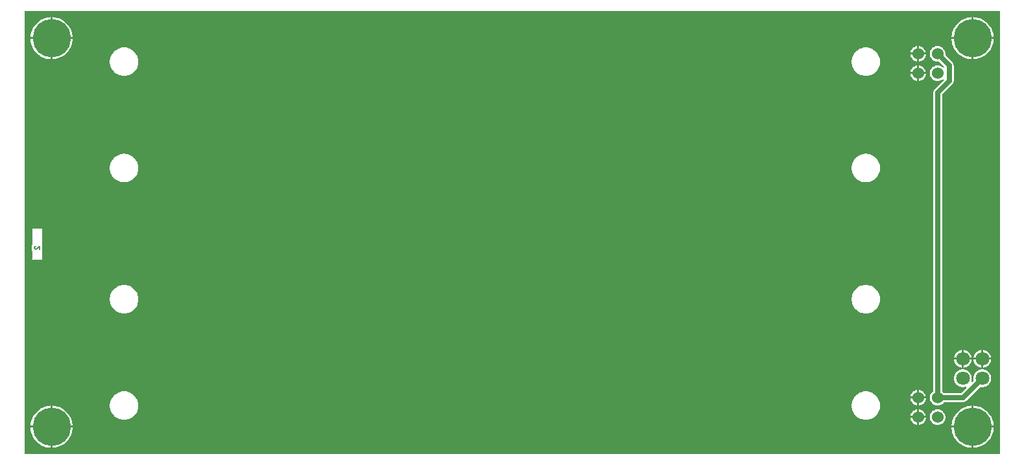
<source format=gbl>
G04 Layer: BottomLayer*
G04 EasyEDA v6.5.29, 2023-07-09 11:22:14*
G04 cfc9732f681849a493c23aee7f3b8659,5a6b42c53f6a479593ecc07194224c93,10*
G04 Gerber Generator version 0.2*
G04 Scale: 100 percent, Rotated: No, Reflected: No *
G04 Dimensions in millimeters *
G04 leading zeros omitted , absolute positions ,4 integer and 5 decimal *
%FSLAX45Y45*%
%MOMM*%

%ADD10C,0.1524*%
%ADD11C,0.6350*%
%ADD12C,5.0000*%
%ADD13C,1.5240*%
%ADD14C,1.8000*%
%ADD15C,0.0164*%

%LPD*%
G36*
X12752781Y25908D02*
G01*
X36068Y26416D01*
X32156Y27178D01*
X28905Y29362D01*
X26670Y32664D01*
X25908Y36576D01*
X25908Y2555240D01*
X26670Y2559100D01*
X28905Y2562402D01*
X32156Y2564638D01*
X36068Y2565400D01*
X32156Y2566162D01*
X28905Y2568397D01*
X26670Y2571648D01*
X25908Y2575560D01*
X25908Y5805932D01*
X26670Y5809843D01*
X28905Y5813094D01*
X32156Y5815330D01*
X36068Y5816092D01*
X12752832Y5816092D01*
X12756692Y5815330D01*
X12759994Y5813094D01*
X12762179Y5809843D01*
X12762992Y5805932D01*
X12762992Y36068D01*
X12762179Y32156D01*
X12759994Y28905D01*
X12756692Y26670D01*
G37*

%LPC*%
G36*
X393700Y5473700D02*
G01*
X656539Y5473700D01*
X654710Y5495594D01*
X650849Y5518353D01*
X645109Y5540756D01*
X637540Y5562549D01*
X628142Y5583682D01*
X616966Y5603900D01*
X604215Y5623153D01*
X589838Y5641289D01*
X574040Y5658104D01*
X556869Y5673598D01*
X538429Y5687568D01*
X518922Y5699912D01*
X498449Y5710631D01*
X477164Y5719572D01*
X455168Y5726734D01*
X432714Y5732018D01*
X409854Y5735370D01*
X393700Y5736386D01*
G37*
G36*
X368300Y105562D02*
G01*
X368300Y368300D01*
X105613Y368300D01*
X106070Y357936D01*
X108966Y334975D01*
X113741Y312369D01*
X120446Y290271D01*
X128930Y268782D01*
X139242Y248107D01*
X151180Y228346D01*
X164795Y209651D01*
X179882Y192125D01*
X196392Y175971D01*
X214172Y161239D01*
X233171Y148031D01*
X253187Y136499D01*
X274066Y126644D01*
X295757Y118618D01*
X318008Y112369D01*
X340664Y108051D01*
X363677Y105664D01*
G37*
G36*
X12417806Y105613D02*
G01*
X12433960Y106629D01*
X12456820Y109982D01*
X12479274Y115265D01*
X12501270Y122428D01*
X12522555Y131368D01*
X12543028Y142087D01*
X12562535Y154432D01*
X12580975Y168402D01*
X12598146Y183896D01*
X12613944Y200710D01*
X12628321Y218846D01*
X12641072Y238099D01*
X12652248Y258317D01*
X12661646Y279450D01*
X12669215Y301244D01*
X12674955Y323646D01*
X12678816Y346405D01*
X12680645Y368300D01*
X12417806Y368300D01*
G37*
G36*
X393700Y105613D02*
G01*
X409854Y106629D01*
X432714Y109982D01*
X455168Y115265D01*
X477164Y122428D01*
X498449Y131368D01*
X518922Y142087D01*
X538429Y154432D01*
X556869Y168402D01*
X574040Y183896D01*
X589838Y200710D01*
X604215Y218846D01*
X616966Y238099D01*
X628142Y258317D01*
X637540Y279450D01*
X645109Y301244D01*
X650849Y323646D01*
X654710Y346405D01*
X656539Y368300D01*
X393700Y368300D01*
G37*
G36*
X105613Y393700D02*
G01*
X368300Y393700D01*
X368300Y656437D01*
X363677Y656336D01*
X340664Y653948D01*
X318008Y649630D01*
X295757Y643382D01*
X274066Y635355D01*
X253187Y625500D01*
X233171Y613968D01*
X214172Y600760D01*
X196392Y586028D01*
X179882Y569874D01*
X164795Y552399D01*
X151180Y533704D01*
X139242Y513892D01*
X128930Y493217D01*
X120446Y471728D01*
X113741Y449630D01*
X108966Y427024D01*
X106070Y404114D01*
G37*
G36*
X12129719Y393700D02*
G01*
X12392406Y393700D01*
X12392406Y656437D01*
X12387783Y656336D01*
X12364770Y653948D01*
X12342114Y649630D01*
X12319863Y643382D01*
X12298172Y635355D01*
X12277293Y625500D01*
X12257278Y613968D01*
X12238278Y600760D01*
X12220498Y586028D01*
X12203988Y569874D01*
X12188901Y552399D01*
X12175286Y533704D01*
X12163348Y513892D01*
X12153036Y493217D01*
X12144552Y471728D01*
X12137847Y449630D01*
X12133072Y427024D01*
X12130176Y404114D01*
G37*
G36*
X12417806Y393700D02*
G01*
X12680645Y393700D01*
X12678816Y415594D01*
X12674955Y438353D01*
X12669215Y460756D01*
X12661646Y482549D01*
X12652248Y503682D01*
X12641072Y523900D01*
X12628321Y543153D01*
X12613944Y561289D01*
X12598146Y578104D01*
X12580975Y593598D01*
X12562535Y607568D01*
X12543028Y619912D01*
X12522555Y630631D01*
X12501270Y639572D01*
X12479274Y646734D01*
X12456820Y652018D01*
X12433960Y655370D01*
X12417806Y656386D01*
G37*
G36*
X393700Y393700D02*
G01*
X656539Y393700D01*
X654710Y415594D01*
X650849Y438353D01*
X645109Y460756D01*
X637540Y482549D01*
X628142Y503682D01*
X616966Y523900D01*
X604215Y543153D01*
X589838Y561289D01*
X574040Y578104D01*
X556869Y593598D01*
X538429Y607568D01*
X518922Y619912D01*
X498449Y630631D01*
X477164Y639572D01*
X455168Y646734D01*
X432714Y652018D01*
X409854Y655370D01*
X393700Y656386D01*
G37*
G36*
X11941048Y406146D02*
G01*
X11954713Y406146D01*
X11968226Y407974D01*
X11981383Y411581D01*
X11993930Y416915D01*
X12005665Y423875D01*
X12016384Y432308D01*
X12025833Y442112D01*
X12033910Y453085D01*
X12040463Y465074D01*
X12045391Y477774D01*
X12048540Y491032D01*
X12049912Y504596D01*
X12049455Y518261D01*
X12047169Y531672D01*
X12043156Y544728D01*
X12037415Y557072D01*
X12030049Y568553D01*
X12021261Y578967D01*
X12011152Y588162D01*
X11999925Y595833D01*
X11987733Y602030D01*
X11974830Y606501D01*
X11961469Y609193D01*
X11947906Y610108D01*
X11934291Y609193D01*
X11920931Y606501D01*
X11908028Y602030D01*
X11895836Y595833D01*
X11884609Y588162D01*
X11874500Y578967D01*
X11865711Y568553D01*
X11858345Y557072D01*
X11852605Y544728D01*
X11848592Y531672D01*
X11846306Y518261D01*
X11845848Y504596D01*
X11847220Y491032D01*
X11850370Y477774D01*
X11855297Y465074D01*
X11861850Y453085D01*
X11869928Y442112D01*
X11879427Y432308D01*
X11890095Y423875D01*
X11901830Y416915D01*
X11914378Y411581D01*
X11927535Y407974D01*
G37*
G36*
X11681206Y406958D02*
G01*
X11681206Y495300D01*
X11592814Y495300D01*
X11593220Y491032D01*
X11596370Y477774D01*
X11601297Y465074D01*
X11607850Y453085D01*
X11615928Y442112D01*
X11625427Y432308D01*
X11636095Y423875D01*
X11647830Y416915D01*
X11660378Y411581D01*
X11673535Y407974D01*
G37*
G36*
X11706606Y406958D02*
G01*
X11714226Y407974D01*
X11727383Y411581D01*
X11739930Y416915D01*
X11751665Y423875D01*
X11762384Y432308D01*
X11771833Y442112D01*
X11779910Y453085D01*
X11786463Y465074D01*
X11791391Y477774D01*
X11794540Y491032D01*
X11794998Y495300D01*
X11706606Y495300D01*
G37*
G36*
X11001095Y472744D02*
G01*
X11019942Y472744D01*
X11038687Y474624D01*
X11057128Y478434D01*
X11075060Y484073D01*
X11092383Y491490D01*
X11108842Y500634D01*
X11124285Y511403D01*
X11138611Y523646D01*
X11151565Y537311D01*
X11163096Y552196D01*
X11173053Y568198D01*
X11181334Y585063D01*
X11187887Y602742D01*
X11192611Y620979D01*
X11195456Y639572D01*
X11196421Y658368D01*
X11195456Y677214D01*
X11192611Y695807D01*
X11187887Y714044D01*
X11181334Y731723D01*
X11173053Y748588D01*
X11163096Y764590D01*
X11151565Y779475D01*
X11138611Y793140D01*
X11124285Y805383D01*
X11108842Y816152D01*
X11092383Y825296D01*
X11075060Y832713D01*
X11057128Y838352D01*
X11038687Y842162D01*
X11019942Y844042D01*
X11001095Y844042D01*
X10982350Y842162D01*
X10963910Y838352D01*
X10945977Y832713D01*
X10928654Y825296D01*
X10912195Y816152D01*
X10896752Y805383D01*
X10882426Y793140D01*
X10869472Y779475D01*
X10857941Y764590D01*
X10847984Y748588D01*
X10839704Y731723D01*
X10833150Y714044D01*
X10828426Y695807D01*
X10825581Y677214D01*
X10824616Y658368D01*
X10825581Y639572D01*
X10828426Y620979D01*
X10833150Y602742D01*
X10839704Y585063D01*
X10847984Y568198D01*
X10857941Y552196D01*
X10869472Y537311D01*
X10882426Y523646D01*
X10896752Y511403D01*
X10912195Y500634D01*
X10928654Y491490D01*
X10945977Y484073D01*
X10963910Y478434D01*
X10982350Y474624D01*
G37*
G36*
X1317955Y472744D02*
G01*
X1336751Y472744D01*
X1355496Y474624D01*
X1373936Y478434D01*
X1391920Y484073D01*
X1409242Y491490D01*
X1425702Y500634D01*
X1441145Y511403D01*
X1455420Y523646D01*
X1468424Y537311D01*
X1479905Y552196D01*
X1489913Y568198D01*
X1498193Y585063D01*
X1504746Y602742D01*
X1509420Y620979D01*
X1512316Y639572D01*
X1513230Y658368D01*
X1512316Y677214D01*
X1509420Y695807D01*
X1504746Y714044D01*
X1498193Y731723D01*
X1489913Y748588D01*
X1479905Y764590D01*
X1468424Y779475D01*
X1455420Y793140D01*
X1441145Y805383D01*
X1425702Y816152D01*
X1409242Y825296D01*
X1391920Y832713D01*
X1373936Y838352D01*
X1355496Y842162D01*
X1336751Y844042D01*
X1317955Y844042D01*
X1299210Y842162D01*
X1280769Y838352D01*
X1262786Y832713D01*
X1245463Y825296D01*
X1229004Y816152D01*
X1213561Y805383D01*
X1199286Y793140D01*
X1186281Y779475D01*
X1174800Y764590D01*
X1164793Y748588D01*
X1156512Y731723D01*
X1149959Y714044D01*
X1145286Y695807D01*
X1142390Y677214D01*
X1141476Y658368D01*
X1142390Y639572D01*
X1145286Y620979D01*
X1149959Y602742D01*
X1156512Y585063D01*
X1164793Y568198D01*
X1174800Y552196D01*
X1186281Y537311D01*
X1199286Y523646D01*
X1213561Y511403D01*
X1229004Y500634D01*
X1245463Y491490D01*
X1262786Y484073D01*
X1280769Y478434D01*
X1299210Y474624D01*
G37*
G36*
X11706606Y520700D02*
G01*
X11795048Y520700D01*
X11793169Y531672D01*
X11789156Y544728D01*
X11783415Y557072D01*
X11776049Y568553D01*
X11767261Y578967D01*
X11757152Y588162D01*
X11745925Y595833D01*
X11733733Y602030D01*
X11720830Y606501D01*
X11706606Y609244D01*
G37*
G36*
X11592712Y520700D02*
G01*
X11681206Y520700D01*
X11681206Y609244D01*
X11666931Y606501D01*
X11654028Y602030D01*
X11641836Y595833D01*
X11630609Y588162D01*
X11620500Y578967D01*
X11611711Y568553D01*
X11604345Y557072D01*
X11598605Y544728D01*
X11594592Y531672D01*
G37*
G36*
X11941048Y660146D02*
G01*
X11954713Y660146D01*
X11968226Y661974D01*
X11981383Y665581D01*
X11993930Y670915D01*
X12005665Y677875D01*
X12016384Y686308D01*
X12025833Y696112D01*
X12028881Y700227D01*
X12031116Y702411D01*
X12033910Y703834D01*
X12037060Y704342D01*
X12277648Y704342D01*
X12287554Y705154D01*
X12296800Y707491D01*
X12305538Y711301D01*
X12313564Y716584D01*
X12319101Y721461D01*
X12497866Y900277D01*
X12500559Y902157D01*
X12503708Y903122D01*
X12506960Y903071D01*
X12517577Y901039D01*
X12532106Y900125D01*
X12546634Y901039D01*
X12560909Y903732D01*
X12574778Y908253D01*
X12587935Y914450D01*
X12600228Y922223D01*
X12611404Y931519D01*
X12621361Y942136D01*
X12629946Y953922D01*
X12636957Y966673D01*
X12642291Y980186D01*
X12645948Y994308D01*
X12647777Y1008735D01*
X12647777Y1023264D01*
X12645948Y1037742D01*
X12642291Y1051814D01*
X12636957Y1065326D01*
X12629946Y1078077D01*
X12621361Y1089863D01*
X12611404Y1100480D01*
X12600228Y1109776D01*
X12587935Y1117549D01*
X12574778Y1123746D01*
X12560909Y1128268D01*
X12546634Y1130960D01*
X12532106Y1131874D01*
X12517577Y1130960D01*
X12503251Y1128268D01*
X12489434Y1123746D01*
X12476276Y1117549D01*
X12463983Y1109776D01*
X12452756Y1100480D01*
X12442799Y1089863D01*
X12434265Y1078077D01*
X12427254Y1065326D01*
X12421870Y1051814D01*
X12418263Y1037742D01*
X12416434Y1023264D01*
X12416434Y1008735D01*
X12418263Y994308D01*
X12418974Y991463D01*
X12419228Y988009D01*
X12418314Y984656D01*
X12416332Y981760D01*
X12405461Y970889D01*
X12401753Y968552D01*
X12397384Y967943D01*
X12393218Y969264D01*
X12389967Y972210D01*
X12388291Y976223D01*
X12388392Y980592D01*
X12391948Y994308D01*
X12393777Y1008735D01*
X12393777Y1023264D01*
X12391948Y1037742D01*
X12388291Y1051814D01*
X12382957Y1065326D01*
X12375946Y1078077D01*
X12367361Y1089863D01*
X12357404Y1100480D01*
X12346228Y1109776D01*
X12333935Y1117549D01*
X12320778Y1123746D01*
X12306909Y1128268D01*
X12292634Y1130960D01*
X12278106Y1131874D01*
X12263577Y1130960D01*
X12249251Y1128268D01*
X12235434Y1123746D01*
X12222276Y1117549D01*
X12209983Y1109776D01*
X12198756Y1100480D01*
X12188799Y1089863D01*
X12180265Y1078077D01*
X12173254Y1065326D01*
X12167870Y1051814D01*
X12164263Y1037742D01*
X12162434Y1023264D01*
X12162434Y1008735D01*
X12164263Y994308D01*
X12167870Y980186D01*
X12173254Y966673D01*
X12180265Y953922D01*
X12188799Y942136D01*
X12198756Y931519D01*
X12209983Y922223D01*
X12222276Y914450D01*
X12235434Y908253D01*
X12249251Y903732D01*
X12263577Y901039D01*
X12278106Y900125D01*
X12292634Y901039D01*
X12306909Y903732D01*
X12313158Y905764D01*
X12317628Y906170D01*
X12321844Y904646D01*
X12324943Y901446D01*
X12326416Y897178D01*
X12325858Y892708D01*
X12323470Y888949D01*
X12257176Y822655D01*
X12253874Y820419D01*
X12250013Y819658D01*
X12037263Y819658D01*
X12032996Y820623D01*
X12029490Y823264D01*
X12021261Y832967D01*
X12007596Y845210D01*
X12006072Y848106D01*
X12005564Y851357D01*
X12005564Y4721707D01*
X12006326Y4725568D01*
X12008510Y4728870D01*
X12140793Y4861153D01*
X12147194Y4868722D01*
X12152071Y4876901D01*
X12155525Y4885740D01*
X12157506Y4895189D01*
X12157964Y4902504D01*
X12157964Y5104993D01*
X12157151Y5114899D01*
X12154814Y5124094D01*
X12151004Y5132832D01*
X12145721Y5140858D01*
X12140844Y5146395D01*
X12051741Y5235498D01*
X12049353Y5239258D01*
X12048845Y5243728D01*
X12049912Y5254396D01*
X12049455Y5268061D01*
X12047169Y5281472D01*
X12043156Y5294528D01*
X12037415Y5306872D01*
X12030049Y5318353D01*
X12021261Y5328767D01*
X12011152Y5337962D01*
X11999925Y5345633D01*
X11987733Y5351830D01*
X11974830Y5356301D01*
X11961469Y5358993D01*
X11947906Y5359908D01*
X11934291Y5358993D01*
X11920931Y5356301D01*
X11908028Y5351830D01*
X11895836Y5345633D01*
X11884609Y5337962D01*
X11874500Y5328767D01*
X11865711Y5318353D01*
X11858345Y5306872D01*
X11852605Y5294528D01*
X11848592Y5281472D01*
X11846306Y5268061D01*
X11845848Y5254396D01*
X11847220Y5240832D01*
X11850370Y5227574D01*
X11855297Y5214874D01*
X11861850Y5202885D01*
X11869928Y5191912D01*
X11879427Y5182108D01*
X11890095Y5173675D01*
X11901830Y5166715D01*
X11914378Y5161381D01*
X11927535Y5157774D01*
X11941048Y5155946D01*
X11954713Y5155946D01*
X11961622Y5156911D01*
X11964720Y5156860D01*
X11967667Y5155844D01*
X11970156Y5154015D01*
X12029033Y5095138D01*
X12031421Y5091379D01*
X12031980Y5086959D01*
X12030557Y5082743D01*
X12027509Y5079492D01*
X12023344Y5077917D01*
X12018924Y5078222D01*
X12015063Y5080406D01*
X12011152Y5083962D01*
X11999925Y5091633D01*
X11987733Y5097830D01*
X11974830Y5102301D01*
X11961469Y5104993D01*
X11947906Y5105908D01*
X11934291Y5104993D01*
X11920931Y5102301D01*
X11908028Y5097830D01*
X11895836Y5091633D01*
X11884609Y5083962D01*
X11874500Y5074767D01*
X11865711Y5064353D01*
X11858345Y5052872D01*
X11852605Y5040528D01*
X11848592Y5027472D01*
X11846306Y5014061D01*
X11845848Y5000396D01*
X11847220Y4986832D01*
X11850370Y4973574D01*
X11855297Y4960874D01*
X11861850Y4948885D01*
X11869928Y4937912D01*
X11879427Y4928108D01*
X11890095Y4919675D01*
X11901830Y4912715D01*
X11914378Y4907381D01*
X11927535Y4903774D01*
X11941048Y4901946D01*
X11954713Y4901946D01*
X11968226Y4903774D01*
X11981383Y4907381D01*
X11993930Y4912715D01*
X12005665Y4919675D01*
X12014860Y4926939D01*
X12018772Y4928819D01*
X12023140Y4928920D01*
X12027154Y4927193D01*
X12030049Y4923942D01*
X12031319Y4919776D01*
X12030710Y4915458D01*
X12028373Y4911801D01*
X11907418Y4790846D01*
X11901017Y4783277D01*
X11896140Y4775098D01*
X11892686Y4766208D01*
X11890705Y4756810D01*
X11890248Y4749444D01*
X11890248Y851357D01*
X11889689Y848106D01*
X11888165Y845210D01*
X11874500Y832967D01*
X11865711Y822553D01*
X11858345Y811072D01*
X11852605Y798728D01*
X11848592Y785672D01*
X11846306Y772261D01*
X11845848Y758596D01*
X11847220Y745032D01*
X11850370Y731774D01*
X11855297Y719074D01*
X11861850Y707085D01*
X11869928Y696112D01*
X11879427Y686308D01*
X11890095Y677875D01*
X11901830Y670915D01*
X11914378Y665581D01*
X11927535Y661974D01*
G37*
G36*
X11681206Y660958D02*
G01*
X11681206Y749300D01*
X11592814Y749300D01*
X11593220Y745032D01*
X11596370Y731774D01*
X11601297Y719074D01*
X11607850Y707085D01*
X11615928Y696112D01*
X11625427Y686308D01*
X11636095Y677875D01*
X11647830Y670915D01*
X11660378Y665581D01*
X11673535Y661974D01*
G37*
G36*
X11706606Y660958D02*
G01*
X11714226Y661974D01*
X11727383Y665581D01*
X11739930Y670915D01*
X11751665Y677875D01*
X11762384Y686308D01*
X11771833Y696112D01*
X11779910Y707085D01*
X11786463Y719074D01*
X11791391Y731774D01*
X11794540Y745032D01*
X11794998Y749300D01*
X11706606Y749300D01*
G37*
G36*
X11706606Y774700D02*
G01*
X11795048Y774700D01*
X11793169Y785672D01*
X11789156Y798728D01*
X11783415Y811072D01*
X11776049Y822553D01*
X11767261Y832967D01*
X11757152Y842162D01*
X11745925Y849833D01*
X11733733Y856030D01*
X11720830Y860501D01*
X11706606Y863244D01*
G37*
G36*
X11592712Y774700D02*
G01*
X11681206Y774700D01*
X11681206Y863244D01*
X11666931Y860501D01*
X11654028Y856030D01*
X11641836Y849833D01*
X11630609Y842162D01*
X11620500Y832967D01*
X11611711Y822553D01*
X11604345Y811072D01*
X11598605Y798728D01*
X11594592Y785672D01*
G37*
G36*
X12417806Y5473700D02*
G01*
X12680645Y5473700D01*
X12678816Y5495594D01*
X12674955Y5518353D01*
X12669215Y5540756D01*
X12661646Y5562549D01*
X12652248Y5583682D01*
X12641072Y5603900D01*
X12628321Y5623153D01*
X12613944Y5641289D01*
X12598146Y5658104D01*
X12580975Y5673598D01*
X12562535Y5687568D01*
X12543028Y5699912D01*
X12522555Y5710631D01*
X12501270Y5719572D01*
X12479274Y5726734D01*
X12456820Y5732018D01*
X12433960Y5735370D01*
X12417806Y5736386D01*
G37*
G36*
X12129719Y5473700D02*
G01*
X12392406Y5473700D01*
X12392406Y5736437D01*
X12387783Y5736336D01*
X12364770Y5733948D01*
X12342114Y5729630D01*
X12319863Y5723382D01*
X12298172Y5715355D01*
X12277293Y5705500D01*
X12257278Y5693968D01*
X12238278Y5680760D01*
X12220498Y5666028D01*
X12203988Y5649874D01*
X12188901Y5632399D01*
X12175286Y5613704D01*
X12163348Y5593892D01*
X12153036Y5573217D01*
X12144552Y5551728D01*
X12137847Y5529630D01*
X12133072Y5507024D01*
X12130176Y5484114D01*
G37*
G36*
X105613Y5473700D02*
G01*
X368300Y5473700D01*
X368300Y5736437D01*
X363677Y5736336D01*
X340664Y5733948D01*
X318008Y5729630D01*
X295757Y5723382D01*
X274066Y5715355D01*
X253187Y5705500D01*
X233171Y5693968D01*
X214172Y5680760D01*
X196392Y5666028D01*
X179882Y5649874D01*
X164795Y5632399D01*
X151180Y5613704D01*
X139242Y5593892D01*
X128930Y5573217D01*
X120446Y5551728D01*
X113741Y5529630D01*
X108966Y5507024D01*
X106070Y5484114D01*
G37*
G36*
X11706606Y5270500D02*
G01*
X11795048Y5270500D01*
X11793169Y5281472D01*
X11789156Y5294528D01*
X11783415Y5306872D01*
X11776049Y5318353D01*
X11767261Y5328767D01*
X11757152Y5337962D01*
X11745925Y5345633D01*
X11733733Y5351830D01*
X11720830Y5356301D01*
X11706606Y5359044D01*
G37*
G36*
X12519406Y1154938D02*
G01*
X12519406Y1257300D01*
X12417094Y1257300D01*
X12418263Y1248308D01*
X12421870Y1234186D01*
X12427254Y1220673D01*
X12434265Y1207922D01*
X12442799Y1196136D01*
X12452756Y1185519D01*
X12463983Y1176223D01*
X12476276Y1168450D01*
X12489434Y1162253D01*
X12503251Y1157732D01*
X12517577Y1155039D01*
G37*
G36*
X12290806Y1154938D02*
G01*
X12292634Y1155039D01*
X12306909Y1157732D01*
X12320778Y1162253D01*
X12333935Y1168450D01*
X12346228Y1176223D01*
X12357404Y1185519D01*
X12367361Y1196136D01*
X12375946Y1207922D01*
X12382957Y1220673D01*
X12388291Y1234186D01*
X12391948Y1248308D01*
X12393066Y1257300D01*
X12290806Y1257300D01*
G37*
G36*
X12544806Y1154938D02*
G01*
X12546634Y1155039D01*
X12560909Y1157732D01*
X12574778Y1162253D01*
X12587935Y1168450D01*
X12600228Y1176223D01*
X12611404Y1185519D01*
X12621361Y1196136D01*
X12629946Y1207922D01*
X12636957Y1220673D01*
X12642291Y1234186D01*
X12645948Y1248308D01*
X12647066Y1257300D01*
X12544806Y1257300D01*
G37*
G36*
X12265406Y1154938D02*
G01*
X12265406Y1257300D01*
X12163094Y1257300D01*
X12164263Y1248308D01*
X12167870Y1234186D01*
X12173254Y1220673D01*
X12180265Y1207922D01*
X12188799Y1196136D01*
X12198756Y1185519D01*
X12209983Y1176223D01*
X12222276Y1168450D01*
X12235434Y1162253D01*
X12249251Y1157732D01*
X12263577Y1155039D01*
G37*
G36*
X12392406Y105562D02*
G01*
X12392406Y368300D01*
X12129719Y368300D01*
X12130176Y357936D01*
X12133072Y334975D01*
X12137847Y312369D01*
X12144552Y290271D01*
X12153036Y268782D01*
X12163348Y248107D01*
X12175286Y228346D01*
X12188901Y209651D01*
X12203988Y192125D01*
X12220498Y175971D01*
X12238278Y161239D01*
X12257278Y148031D01*
X12277293Y136499D01*
X12298172Y126644D01*
X12319863Y118618D01*
X12342114Y112369D01*
X12364770Y108051D01*
X12387783Y105664D01*
G37*
G36*
X12290806Y1282700D02*
G01*
X12393066Y1282700D01*
X12391948Y1291742D01*
X12388291Y1305814D01*
X12382957Y1319326D01*
X12375946Y1332077D01*
X12367361Y1343863D01*
X12357404Y1354480D01*
X12346228Y1363776D01*
X12333935Y1371549D01*
X12320778Y1377746D01*
X12306909Y1382268D01*
X12292634Y1384960D01*
X12290806Y1385112D01*
G37*
G36*
X12163094Y1282700D02*
G01*
X12265406Y1282700D01*
X12265406Y1385112D01*
X12263577Y1384960D01*
X12249251Y1382268D01*
X12235434Y1377746D01*
X12222276Y1371549D01*
X12209983Y1363776D01*
X12198756Y1354480D01*
X12188799Y1343863D01*
X12180265Y1332077D01*
X12173254Y1319326D01*
X12167870Y1305814D01*
X12164263Y1291742D01*
G37*
G36*
X12544806Y1282700D02*
G01*
X12647066Y1282700D01*
X12645948Y1291742D01*
X12642291Y1305814D01*
X12636957Y1319326D01*
X12629946Y1332077D01*
X12621361Y1343863D01*
X12611404Y1354480D01*
X12600228Y1363776D01*
X12587935Y1371549D01*
X12574778Y1377746D01*
X12560909Y1382268D01*
X12546634Y1384960D01*
X12544806Y1385112D01*
G37*
G36*
X11001095Y1862734D02*
G01*
X11019942Y1862734D01*
X11038687Y1864614D01*
X11057128Y1868424D01*
X11075060Y1874062D01*
X11092383Y1881479D01*
X11108842Y1890623D01*
X11124285Y1901393D01*
X11138611Y1913636D01*
X11151565Y1927301D01*
X11163096Y1942185D01*
X11173053Y1958187D01*
X11181334Y1975053D01*
X11187887Y1992731D01*
X11192611Y2010968D01*
X11195456Y2029561D01*
X11196421Y2048357D01*
X11195456Y2067204D01*
X11192611Y2085797D01*
X11187887Y2104034D01*
X11181334Y2121712D01*
X11173053Y2138578D01*
X11163096Y2154580D01*
X11151565Y2169464D01*
X11138611Y2183130D01*
X11124285Y2195372D01*
X11108842Y2206142D01*
X11092383Y2215286D01*
X11075060Y2222703D01*
X11057128Y2228342D01*
X11038687Y2232152D01*
X11019942Y2234031D01*
X11001095Y2234031D01*
X10982350Y2232152D01*
X10963910Y2228342D01*
X10945977Y2222703D01*
X10928654Y2215286D01*
X10912195Y2206142D01*
X10896752Y2195372D01*
X10882426Y2183130D01*
X10869472Y2169464D01*
X10857941Y2154580D01*
X10847984Y2138578D01*
X10839704Y2121712D01*
X10833150Y2104034D01*
X10828426Y2085797D01*
X10825581Y2067204D01*
X10824616Y2048357D01*
X10825581Y2029561D01*
X10828426Y2010968D01*
X10833150Y1992731D01*
X10839704Y1975053D01*
X10847984Y1958187D01*
X10857941Y1942185D01*
X10869472Y1927301D01*
X10882426Y1913636D01*
X10896752Y1901393D01*
X10912195Y1890623D01*
X10928654Y1881479D01*
X10945977Y1874062D01*
X10963910Y1868424D01*
X10982350Y1864614D01*
G37*
G36*
X1317955Y1862734D02*
G01*
X1336751Y1862734D01*
X1355496Y1864614D01*
X1373936Y1868424D01*
X1391920Y1874062D01*
X1409242Y1881479D01*
X1425702Y1890623D01*
X1441145Y1901393D01*
X1455420Y1913636D01*
X1468424Y1927301D01*
X1479905Y1942185D01*
X1489913Y1958187D01*
X1498193Y1975053D01*
X1504746Y1992731D01*
X1509420Y2010968D01*
X1512316Y2029561D01*
X1513230Y2048357D01*
X1512316Y2067204D01*
X1509420Y2085797D01*
X1504746Y2104034D01*
X1498193Y2121712D01*
X1489913Y2138578D01*
X1479905Y2154580D01*
X1468424Y2169464D01*
X1455420Y2183130D01*
X1441145Y2195372D01*
X1425702Y2206142D01*
X1409242Y2215286D01*
X1391920Y2222703D01*
X1373936Y2228342D01*
X1355496Y2232152D01*
X1336751Y2234031D01*
X1317955Y2234031D01*
X1299210Y2232152D01*
X1280769Y2228342D01*
X1262786Y2222703D01*
X1245463Y2215286D01*
X1229004Y2206142D01*
X1213561Y2195372D01*
X1199286Y2183130D01*
X1186281Y2169464D01*
X1174800Y2154580D01*
X1164793Y2138578D01*
X1156512Y2121712D01*
X1149959Y2104034D01*
X1145286Y2085797D01*
X1142390Y2067204D01*
X1141476Y2048357D01*
X1142390Y2029561D01*
X1145286Y2010968D01*
X1149959Y1992731D01*
X1156512Y1975053D01*
X1164793Y1958187D01*
X1174800Y1942185D01*
X1186281Y1927301D01*
X1199286Y1913636D01*
X1213561Y1901393D01*
X1229004Y1890623D01*
X1245463Y1881479D01*
X1262786Y1874062D01*
X1280769Y1868424D01*
X1299210Y1864614D01*
G37*
G36*
X116839Y2565400D02*
G01*
X252984Y2565400D01*
X254000Y2566416D01*
X254000Y2674315D01*
X254406Y2677109D01*
X255676Y2679903D01*
X257606Y2685389D01*
X258317Y2691688D01*
X258317Y2750261D01*
X257606Y2756560D01*
X254406Y2764840D01*
X254000Y2767634D01*
X254000Y2970784D01*
X252984Y2971800D01*
X128016Y2971800D01*
X127000Y2970784D01*
X127000Y2763520D01*
X126441Y2760167D01*
X125171Y2756560D01*
X124460Y2750261D01*
X124460Y2691688D01*
X125171Y2685389D01*
X126441Y2681782D01*
X127000Y2678430D01*
X127000Y2575560D01*
X126237Y2571648D01*
X124002Y2568397D01*
X120751Y2566162D01*
G37*
G36*
X11001095Y3578555D02*
G01*
X11019942Y3578555D01*
X11038687Y3580434D01*
X11057128Y3584244D01*
X11075060Y3589883D01*
X11092383Y3597300D01*
X11108842Y3606444D01*
X11124285Y3617214D01*
X11138611Y3629456D01*
X11151565Y3643122D01*
X11163096Y3658006D01*
X11173053Y3674008D01*
X11181334Y3690874D01*
X11187887Y3708552D01*
X11192611Y3726789D01*
X11195456Y3745382D01*
X11196421Y3764178D01*
X11195456Y3783025D01*
X11192611Y3801618D01*
X11187887Y3819855D01*
X11181334Y3837533D01*
X11173053Y3854399D01*
X11163096Y3870401D01*
X11151565Y3885285D01*
X11138611Y3898950D01*
X11124285Y3911193D01*
X11108842Y3921963D01*
X11092383Y3931107D01*
X11075060Y3938524D01*
X11057128Y3944162D01*
X11038687Y3947972D01*
X11019942Y3949852D01*
X11001095Y3949852D01*
X10982350Y3947972D01*
X10963910Y3944162D01*
X10945977Y3938524D01*
X10928654Y3931107D01*
X10912195Y3921963D01*
X10896752Y3911193D01*
X10882426Y3898950D01*
X10869472Y3885285D01*
X10857941Y3870401D01*
X10847984Y3854399D01*
X10839704Y3837533D01*
X10833150Y3819855D01*
X10828426Y3801618D01*
X10825581Y3783025D01*
X10824616Y3764178D01*
X10825581Y3745382D01*
X10828426Y3726789D01*
X10833150Y3708552D01*
X10839704Y3690874D01*
X10847984Y3674008D01*
X10857941Y3658006D01*
X10869472Y3643122D01*
X10882426Y3629456D01*
X10896752Y3617214D01*
X10912195Y3606444D01*
X10928654Y3597300D01*
X10945977Y3589883D01*
X10963910Y3584244D01*
X10982350Y3580434D01*
G37*
G36*
X1317955Y3578555D02*
G01*
X1336751Y3578555D01*
X1355496Y3580434D01*
X1373936Y3584244D01*
X1391920Y3589883D01*
X1409242Y3597300D01*
X1425702Y3606444D01*
X1441145Y3617214D01*
X1455420Y3629456D01*
X1468424Y3643122D01*
X1479905Y3658006D01*
X1489913Y3674008D01*
X1498193Y3690874D01*
X1504746Y3708552D01*
X1509420Y3726789D01*
X1512316Y3745382D01*
X1513230Y3764178D01*
X1512316Y3783025D01*
X1509420Y3801618D01*
X1504746Y3819855D01*
X1498193Y3837533D01*
X1489913Y3854399D01*
X1479905Y3870401D01*
X1468424Y3885285D01*
X1455420Y3898950D01*
X1441145Y3911193D01*
X1425702Y3921963D01*
X1409242Y3931107D01*
X1391920Y3938524D01*
X1373936Y3944162D01*
X1355496Y3947972D01*
X1336751Y3949852D01*
X1317955Y3949852D01*
X1299210Y3947972D01*
X1280769Y3944162D01*
X1262786Y3938524D01*
X1245463Y3931107D01*
X1229004Y3921963D01*
X1213561Y3911193D01*
X1199286Y3898950D01*
X1186281Y3885285D01*
X1174800Y3870401D01*
X1164793Y3854399D01*
X1156512Y3837533D01*
X1149959Y3819855D01*
X1145286Y3801618D01*
X1142390Y3783025D01*
X1141476Y3764178D01*
X1142390Y3745382D01*
X1145286Y3726789D01*
X1149959Y3708552D01*
X1156512Y3690874D01*
X1164793Y3674008D01*
X1174800Y3658006D01*
X1186281Y3643122D01*
X1199286Y3629456D01*
X1213561Y3617214D01*
X1229004Y3606444D01*
X1245463Y3597300D01*
X1262786Y3589883D01*
X1280769Y3584244D01*
X1299210Y3580434D01*
G37*
G36*
X11592712Y5270500D02*
G01*
X11681206Y5270500D01*
X11681206Y5359044D01*
X11666931Y5356301D01*
X11654028Y5351830D01*
X11641836Y5345633D01*
X11630609Y5337962D01*
X11620500Y5328767D01*
X11611711Y5318353D01*
X11604345Y5306872D01*
X11598605Y5294528D01*
X11594592Y5281472D01*
G37*
G36*
X11681206Y4902758D02*
G01*
X11681206Y4991100D01*
X11592814Y4991100D01*
X11593220Y4986832D01*
X11596370Y4973574D01*
X11601297Y4960874D01*
X11607850Y4948885D01*
X11615928Y4937912D01*
X11625427Y4928108D01*
X11636095Y4919675D01*
X11647830Y4912715D01*
X11660378Y4907381D01*
X11673535Y4903774D01*
G37*
G36*
X11706606Y4902758D02*
G01*
X11714226Y4903774D01*
X11727383Y4907381D01*
X11739930Y4912715D01*
X11751665Y4919675D01*
X11762384Y4928108D01*
X11771833Y4937912D01*
X11779910Y4948885D01*
X11786463Y4960874D01*
X11791391Y4973574D01*
X11794540Y4986832D01*
X11794998Y4991100D01*
X11706606Y4991100D01*
G37*
G36*
X11001095Y4968544D02*
G01*
X11019942Y4968544D01*
X11038687Y4970424D01*
X11057128Y4974234D01*
X11075060Y4979873D01*
X11092383Y4987290D01*
X11108842Y4996434D01*
X11124285Y5007203D01*
X11138611Y5019446D01*
X11151565Y5033111D01*
X11163096Y5047996D01*
X11173053Y5063998D01*
X11181334Y5080863D01*
X11187887Y5098542D01*
X11192611Y5116779D01*
X11195456Y5135372D01*
X11196421Y5154168D01*
X11195456Y5173014D01*
X11192611Y5191607D01*
X11187887Y5209844D01*
X11181334Y5227523D01*
X11173053Y5244388D01*
X11163096Y5260390D01*
X11151565Y5275275D01*
X11138611Y5288940D01*
X11124285Y5301183D01*
X11108842Y5311952D01*
X11092383Y5321096D01*
X11075060Y5328513D01*
X11057128Y5334152D01*
X11038687Y5337962D01*
X11019942Y5339842D01*
X11001095Y5339842D01*
X10982350Y5337962D01*
X10963910Y5334152D01*
X10945977Y5328513D01*
X10928654Y5321096D01*
X10912195Y5311952D01*
X10896752Y5301183D01*
X10882426Y5288940D01*
X10869472Y5275275D01*
X10857941Y5260390D01*
X10847984Y5244388D01*
X10839704Y5227523D01*
X10833150Y5209844D01*
X10828426Y5191607D01*
X10825581Y5173014D01*
X10824616Y5154168D01*
X10825581Y5135372D01*
X10828426Y5116779D01*
X10833150Y5098542D01*
X10839704Y5080863D01*
X10847984Y5063998D01*
X10857941Y5047996D01*
X10869472Y5033111D01*
X10882426Y5019446D01*
X10896752Y5007203D01*
X10912195Y4996434D01*
X10928654Y4987290D01*
X10945977Y4979873D01*
X10963910Y4974234D01*
X10982350Y4970424D01*
G37*
G36*
X1317955Y4968544D02*
G01*
X1336751Y4968544D01*
X1355496Y4970424D01*
X1373936Y4974234D01*
X1391920Y4979873D01*
X1409242Y4987290D01*
X1425702Y4996434D01*
X1441145Y5007203D01*
X1455420Y5019446D01*
X1468424Y5033111D01*
X1479905Y5047996D01*
X1489913Y5063998D01*
X1498193Y5080863D01*
X1504746Y5098542D01*
X1509420Y5116779D01*
X1512316Y5135372D01*
X1513230Y5154168D01*
X1512316Y5173014D01*
X1509420Y5191607D01*
X1504746Y5209844D01*
X1498193Y5227523D01*
X1489913Y5244388D01*
X1479905Y5260390D01*
X1468424Y5275275D01*
X1455420Y5288940D01*
X1441145Y5301183D01*
X1425702Y5311952D01*
X1409242Y5321096D01*
X1391920Y5328513D01*
X1373936Y5334152D01*
X1355496Y5337962D01*
X1336751Y5339842D01*
X1317955Y5339842D01*
X1299210Y5337962D01*
X1280769Y5334152D01*
X1262786Y5328513D01*
X1245463Y5321096D01*
X1229004Y5311952D01*
X1213561Y5301183D01*
X1199286Y5288940D01*
X1186281Y5275275D01*
X1174800Y5260390D01*
X1164793Y5244388D01*
X1156512Y5227523D01*
X1149959Y5209844D01*
X1145286Y5191607D01*
X1142390Y5173014D01*
X1141476Y5154168D01*
X1142390Y5135372D01*
X1145286Y5116779D01*
X1149959Y5098542D01*
X1156512Y5080863D01*
X1164793Y5063998D01*
X1174800Y5047996D01*
X1186281Y5033111D01*
X1199286Y5019446D01*
X1213561Y5007203D01*
X1229004Y4996434D01*
X1245463Y4987290D01*
X1262786Y4979873D01*
X1280769Y4974234D01*
X1299210Y4970424D01*
G37*
G36*
X11592712Y5016500D02*
G01*
X11681206Y5016500D01*
X11681206Y5105044D01*
X11666931Y5102301D01*
X11654028Y5097830D01*
X11641836Y5091633D01*
X11630609Y5083962D01*
X11620500Y5074767D01*
X11611711Y5064353D01*
X11604345Y5052872D01*
X11598605Y5040528D01*
X11594592Y5027472D01*
G37*
G36*
X11706606Y5016500D02*
G01*
X11795048Y5016500D01*
X11793169Y5027472D01*
X11789156Y5040528D01*
X11783415Y5052872D01*
X11776049Y5064353D01*
X11767261Y5074767D01*
X11757152Y5083962D01*
X11745925Y5091633D01*
X11733733Y5097830D01*
X11720830Y5102301D01*
X11706606Y5105044D01*
G37*
G36*
X393700Y5185613D02*
G01*
X409854Y5186629D01*
X432714Y5189982D01*
X455168Y5195265D01*
X477164Y5202428D01*
X498449Y5211368D01*
X518922Y5222087D01*
X538429Y5234432D01*
X556869Y5248402D01*
X574040Y5263896D01*
X589838Y5280710D01*
X604215Y5298846D01*
X616966Y5318099D01*
X628142Y5338318D01*
X637540Y5359450D01*
X645109Y5381244D01*
X650849Y5403646D01*
X654710Y5426405D01*
X656539Y5448300D01*
X393700Y5448300D01*
G37*
G36*
X12417806Y5185613D02*
G01*
X12433960Y5186629D01*
X12456820Y5189982D01*
X12479274Y5195265D01*
X12501270Y5202428D01*
X12522555Y5211368D01*
X12543028Y5222087D01*
X12562535Y5234432D01*
X12580975Y5248402D01*
X12598146Y5263896D01*
X12613944Y5280710D01*
X12628321Y5298846D01*
X12641072Y5318099D01*
X12652248Y5338318D01*
X12661646Y5359450D01*
X12669215Y5381244D01*
X12674955Y5403646D01*
X12678816Y5426405D01*
X12680645Y5448300D01*
X12417806Y5448300D01*
G37*
G36*
X11681206Y5156758D02*
G01*
X11681206Y5245100D01*
X11592814Y5245100D01*
X11593220Y5240832D01*
X11596370Y5227574D01*
X11601297Y5214874D01*
X11607850Y5202885D01*
X11615928Y5191912D01*
X11625427Y5182108D01*
X11636095Y5173675D01*
X11647830Y5166715D01*
X11660378Y5161381D01*
X11673535Y5157774D01*
G37*
G36*
X11706606Y5156758D02*
G01*
X11714226Y5157774D01*
X11727383Y5161381D01*
X11739930Y5166715D01*
X11751665Y5173675D01*
X11762384Y5182108D01*
X11771833Y5191912D01*
X11779910Y5202885D01*
X11786463Y5214874D01*
X11791391Y5227574D01*
X11794540Y5240832D01*
X11794998Y5245100D01*
X11706606Y5245100D01*
G37*
G36*
X368300Y5185562D02*
G01*
X368300Y5448300D01*
X105613Y5448300D01*
X106070Y5437936D01*
X108966Y5414975D01*
X113741Y5392369D01*
X120446Y5370271D01*
X128930Y5348782D01*
X139242Y5328107D01*
X151180Y5308346D01*
X164795Y5289651D01*
X179882Y5272125D01*
X196392Y5255971D01*
X214172Y5241239D01*
X233171Y5228031D01*
X253187Y5216499D01*
X274066Y5206644D01*
X295757Y5198618D01*
X318008Y5192369D01*
X340664Y5188051D01*
X363677Y5185664D01*
G37*
G36*
X12392406Y5185562D02*
G01*
X12392406Y5448300D01*
X12129719Y5448300D01*
X12130176Y5437936D01*
X12133072Y5414975D01*
X12137847Y5392369D01*
X12144552Y5370271D01*
X12153036Y5348782D01*
X12163348Y5328107D01*
X12175286Y5308346D01*
X12188901Y5289651D01*
X12203988Y5272125D01*
X12220498Y5255971D01*
X12238278Y5241239D01*
X12257278Y5228031D01*
X12277293Y5216499D01*
X12298172Y5206644D01*
X12319863Y5198618D01*
X12342114Y5192369D01*
X12364770Y5188051D01*
X12387783Y5185664D01*
G37*
G36*
X12417094Y1282700D02*
G01*
X12519406Y1282700D01*
X12519406Y1385112D01*
X12517577Y1384960D01*
X12503251Y1382268D01*
X12489434Y1377746D01*
X12476276Y1371549D01*
X12463983Y1363776D01*
X12452756Y1354480D01*
X12442799Y1343863D01*
X12434265Y1332077D01*
X12427254Y1319326D01*
X12421870Y1305814D01*
X12418263Y1291742D01*
G37*

%LPD*%
D10*
X173989Y2739897D02*
G01*
X170687Y2739897D01*
X164337Y2736850D01*
X161036Y2733547D01*
X157987Y2727197D01*
X157987Y2714497D01*
X161036Y2708147D01*
X164337Y2705100D01*
X170687Y2701797D01*
X177037Y2701797D01*
X183387Y2705100D01*
X193039Y2711450D01*
X224789Y2743200D01*
X224789Y2698750D01*
D11*
X11947893Y762002D02*
G01*
X11947893Y4749777D01*
X12100318Y4902202D01*
X11947918Y5257802D02*
G01*
X12100318Y5105402D01*
X12100318Y4902202D01*
X11947893Y762002D02*
G01*
X12278088Y762002D01*
X12532088Y1016002D01*
D12*
G01*
X12405106Y381000D03*
G01*
X12405106Y5461000D03*
G01*
X381000Y381000D03*
G01*
X381000Y5461000D03*
D13*
G01*
X11693880Y762000D03*
G01*
X11947880Y762000D03*
G01*
X11947880Y508000D03*
G01*
X11693880Y508000D03*
G01*
X11693906Y5257800D03*
G01*
X11947906Y5257800D03*
G01*
X11947906Y5003800D03*
G01*
X11693906Y5003800D03*
D14*
G01*
X12532080Y1016000D03*
G01*
X12278080Y1016000D03*
G01*
X12278080Y1270000D03*
G01*
X12532080Y1270000D03*
M02*

</source>
